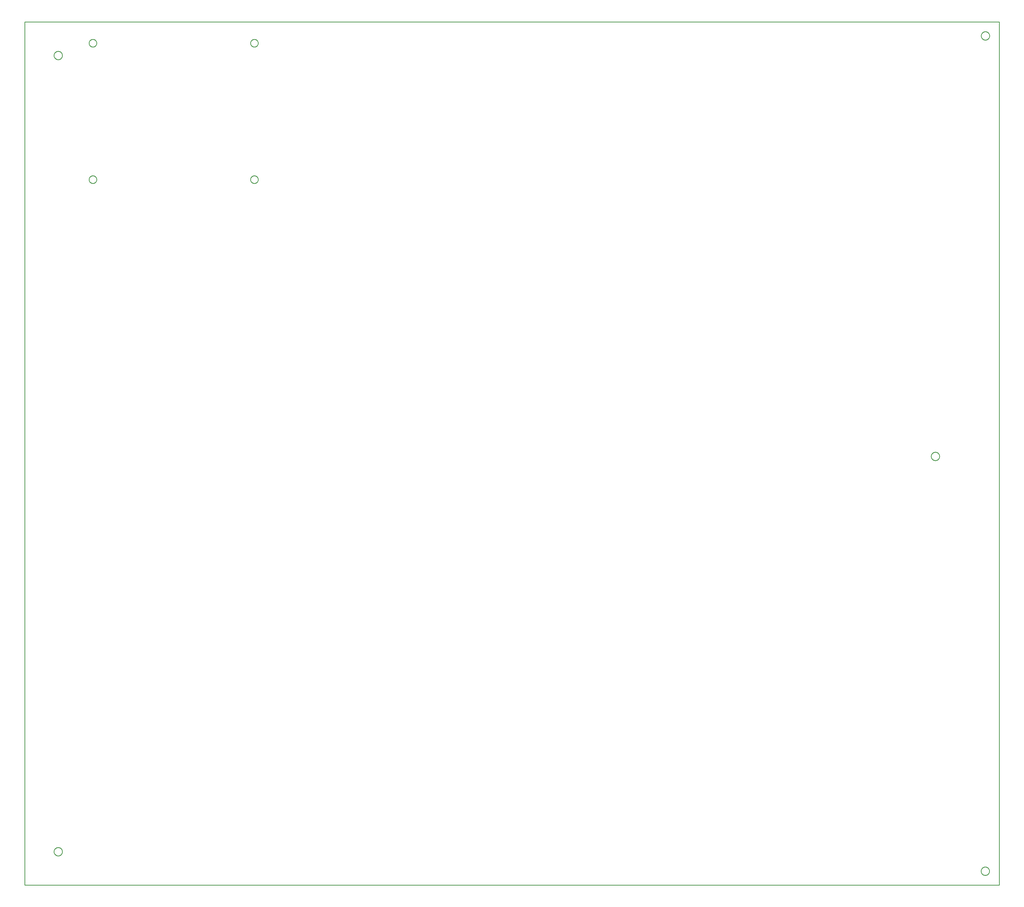
<source format=gbr>
G04 EAGLE Gerber RS-274X export*
G75*
%MOMM*%
%FSLAX34Y34*%
%LPD*%
%IN*%
%IPPOS*%
%AMOC8*
5,1,8,0,0,1.08239X$1,22.5*%
G01*
%ADD10C,0.000000*%
%ADD11C,0.254000*%


D10*
X0Y0D02*
X3500000Y100D01*
X3500000Y3100100D01*
X0Y3100000D01*
X0Y0D01*
X105000Y2980000D02*
X105005Y2980368D01*
X105018Y2980736D01*
X105041Y2981103D01*
X105072Y2981470D01*
X105113Y2981836D01*
X105162Y2982201D01*
X105221Y2982564D01*
X105288Y2982926D01*
X105364Y2983287D01*
X105450Y2983645D01*
X105543Y2984001D01*
X105646Y2984354D01*
X105757Y2984705D01*
X105877Y2985053D01*
X106005Y2985398D01*
X106142Y2985740D01*
X106287Y2986079D01*
X106440Y2986413D01*
X106602Y2986744D01*
X106771Y2987071D01*
X106949Y2987393D01*
X107134Y2987712D01*
X107327Y2988025D01*
X107528Y2988334D01*
X107736Y2988637D01*
X107952Y2988935D01*
X108175Y2989228D01*
X108405Y2989516D01*
X108642Y2989798D01*
X108886Y2990073D01*
X109136Y2990343D01*
X109393Y2990607D01*
X109657Y2990864D01*
X109927Y2991114D01*
X110202Y2991358D01*
X110484Y2991595D01*
X110772Y2991825D01*
X111065Y2992048D01*
X111363Y2992264D01*
X111666Y2992472D01*
X111975Y2992673D01*
X112288Y2992866D01*
X112607Y2993051D01*
X112929Y2993229D01*
X113256Y2993398D01*
X113587Y2993560D01*
X113921Y2993713D01*
X114260Y2993858D01*
X114602Y2993995D01*
X114947Y2994123D01*
X115295Y2994243D01*
X115646Y2994354D01*
X115999Y2994457D01*
X116355Y2994550D01*
X116713Y2994636D01*
X117074Y2994712D01*
X117436Y2994779D01*
X117799Y2994838D01*
X118164Y2994887D01*
X118530Y2994928D01*
X118897Y2994959D01*
X119264Y2994982D01*
X119632Y2994995D01*
X120000Y2995000D01*
X120368Y2994995D01*
X120736Y2994982D01*
X121103Y2994959D01*
X121470Y2994928D01*
X121836Y2994887D01*
X122201Y2994838D01*
X122564Y2994779D01*
X122926Y2994712D01*
X123287Y2994636D01*
X123645Y2994550D01*
X124001Y2994457D01*
X124354Y2994354D01*
X124705Y2994243D01*
X125053Y2994123D01*
X125398Y2993995D01*
X125740Y2993858D01*
X126079Y2993713D01*
X126413Y2993560D01*
X126744Y2993398D01*
X127071Y2993229D01*
X127393Y2993051D01*
X127712Y2992866D01*
X128025Y2992673D01*
X128334Y2992472D01*
X128637Y2992264D01*
X128935Y2992048D01*
X129228Y2991825D01*
X129516Y2991595D01*
X129798Y2991358D01*
X130073Y2991114D01*
X130343Y2990864D01*
X130607Y2990607D01*
X130864Y2990343D01*
X131114Y2990073D01*
X131358Y2989798D01*
X131595Y2989516D01*
X131825Y2989228D01*
X132048Y2988935D01*
X132264Y2988637D01*
X132472Y2988334D01*
X132673Y2988025D01*
X132866Y2987712D01*
X133051Y2987393D01*
X133229Y2987071D01*
X133398Y2986744D01*
X133560Y2986413D01*
X133713Y2986079D01*
X133858Y2985740D01*
X133995Y2985398D01*
X134123Y2985053D01*
X134243Y2984705D01*
X134354Y2984354D01*
X134457Y2984001D01*
X134550Y2983645D01*
X134636Y2983287D01*
X134712Y2982926D01*
X134779Y2982564D01*
X134838Y2982201D01*
X134887Y2981836D01*
X134928Y2981470D01*
X134959Y2981103D01*
X134982Y2980736D01*
X134995Y2980368D01*
X135000Y2980000D01*
X134995Y2979632D01*
X134982Y2979264D01*
X134959Y2978897D01*
X134928Y2978530D01*
X134887Y2978164D01*
X134838Y2977799D01*
X134779Y2977436D01*
X134712Y2977074D01*
X134636Y2976713D01*
X134550Y2976355D01*
X134457Y2975999D01*
X134354Y2975646D01*
X134243Y2975295D01*
X134123Y2974947D01*
X133995Y2974602D01*
X133858Y2974260D01*
X133713Y2973921D01*
X133560Y2973587D01*
X133398Y2973256D01*
X133229Y2972929D01*
X133051Y2972607D01*
X132866Y2972288D01*
X132673Y2971975D01*
X132472Y2971666D01*
X132264Y2971363D01*
X132048Y2971065D01*
X131825Y2970772D01*
X131595Y2970484D01*
X131358Y2970202D01*
X131114Y2969927D01*
X130864Y2969657D01*
X130607Y2969393D01*
X130343Y2969136D01*
X130073Y2968886D01*
X129798Y2968642D01*
X129516Y2968405D01*
X129228Y2968175D01*
X128935Y2967952D01*
X128637Y2967736D01*
X128334Y2967528D01*
X128025Y2967327D01*
X127712Y2967134D01*
X127393Y2966949D01*
X127071Y2966771D01*
X126744Y2966602D01*
X126413Y2966440D01*
X126079Y2966287D01*
X125740Y2966142D01*
X125398Y2966005D01*
X125053Y2965877D01*
X124705Y2965757D01*
X124354Y2965646D01*
X124001Y2965543D01*
X123645Y2965450D01*
X123287Y2965364D01*
X122926Y2965288D01*
X122564Y2965221D01*
X122201Y2965162D01*
X121836Y2965113D01*
X121470Y2965072D01*
X121103Y2965041D01*
X120736Y2965018D01*
X120368Y2965005D01*
X120000Y2965000D01*
X119632Y2965005D01*
X119264Y2965018D01*
X118897Y2965041D01*
X118530Y2965072D01*
X118164Y2965113D01*
X117799Y2965162D01*
X117436Y2965221D01*
X117074Y2965288D01*
X116713Y2965364D01*
X116355Y2965450D01*
X115999Y2965543D01*
X115646Y2965646D01*
X115295Y2965757D01*
X114947Y2965877D01*
X114602Y2966005D01*
X114260Y2966142D01*
X113921Y2966287D01*
X113587Y2966440D01*
X113256Y2966602D01*
X112929Y2966771D01*
X112607Y2966949D01*
X112288Y2967134D01*
X111975Y2967327D01*
X111666Y2967528D01*
X111363Y2967736D01*
X111065Y2967952D01*
X110772Y2968175D01*
X110484Y2968405D01*
X110202Y2968642D01*
X109927Y2968886D01*
X109657Y2969136D01*
X109393Y2969393D01*
X109136Y2969657D01*
X108886Y2969927D01*
X108642Y2970202D01*
X108405Y2970484D01*
X108175Y2970772D01*
X107952Y2971065D01*
X107736Y2971363D01*
X107528Y2971666D01*
X107327Y2971975D01*
X107134Y2972288D01*
X106949Y2972607D01*
X106771Y2972929D01*
X106602Y2973256D01*
X106440Y2973587D01*
X106287Y2973921D01*
X106142Y2974260D01*
X106005Y2974602D01*
X105877Y2974947D01*
X105757Y2975295D01*
X105646Y2975646D01*
X105543Y2975999D01*
X105450Y2976355D01*
X105364Y2976713D01*
X105288Y2977074D01*
X105221Y2977436D01*
X105162Y2977799D01*
X105113Y2978164D01*
X105072Y2978530D01*
X105041Y2978897D01*
X105018Y2979264D01*
X105005Y2979632D01*
X105000Y2980000D01*
X105000Y120000D02*
X105005Y120368D01*
X105018Y120736D01*
X105041Y121103D01*
X105072Y121470D01*
X105113Y121836D01*
X105162Y122201D01*
X105221Y122564D01*
X105288Y122926D01*
X105364Y123287D01*
X105450Y123645D01*
X105543Y124001D01*
X105646Y124354D01*
X105757Y124705D01*
X105877Y125053D01*
X106005Y125398D01*
X106142Y125740D01*
X106287Y126079D01*
X106440Y126413D01*
X106602Y126744D01*
X106771Y127071D01*
X106949Y127393D01*
X107134Y127712D01*
X107327Y128025D01*
X107528Y128334D01*
X107736Y128637D01*
X107952Y128935D01*
X108175Y129228D01*
X108405Y129516D01*
X108642Y129798D01*
X108886Y130073D01*
X109136Y130343D01*
X109393Y130607D01*
X109657Y130864D01*
X109927Y131114D01*
X110202Y131358D01*
X110484Y131595D01*
X110772Y131825D01*
X111065Y132048D01*
X111363Y132264D01*
X111666Y132472D01*
X111975Y132673D01*
X112288Y132866D01*
X112607Y133051D01*
X112929Y133229D01*
X113256Y133398D01*
X113587Y133560D01*
X113921Y133713D01*
X114260Y133858D01*
X114602Y133995D01*
X114947Y134123D01*
X115295Y134243D01*
X115646Y134354D01*
X115999Y134457D01*
X116355Y134550D01*
X116713Y134636D01*
X117074Y134712D01*
X117436Y134779D01*
X117799Y134838D01*
X118164Y134887D01*
X118530Y134928D01*
X118897Y134959D01*
X119264Y134982D01*
X119632Y134995D01*
X120000Y135000D01*
X120368Y134995D01*
X120736Y134982D01*
X121103Y134959D01*
X121470Y134928D01*
X121836Y134887D01*
X122201Y134838D01*
X122564Y134779D01*
X122926Y134712D01*
X123287Y134636D01*
X123645Y134550D01*
X124001Y134457D01*
X124354Y134354D01*
X124705Y134243D01*
X125053Y134123D01*
X125398Y133995D01*
X125740Y133858D01*
X126079Y133713D01*
X126413Y133560D01*
X126744Y133398D01*
X127071Y133229D01*
X127393Y133051D01*
X127712Y132866D01*
X128025Y132673D01*
X128334Y132472D01*
X128637Y132264D01*
X128935Y132048D01*
X129228Y131825D01*
X129516Y131595D01*
X129798Y131358D01*
X130073Y131114D01*
X130343Y130864D01*
X130607Y130607D01*
X130864Y130343D01*
X131114Y130073D01*
X131358Y129798D01*
X131595Y129516D01*
X131825Y129228D01*
X132048Y128935D01*
X132264Y128637D01*
X132472Y128334D01*
X132673Y128025D01*
X132866Y127712D01*
X133051Y127393D01*
X133229Y127071D01*
X133398Y126744D01*
X133560Y126413D01*
X133713Y126079D01*
X133858Y125740D01*
X133995Y125398D01*
X134123Y125053D01*
X134243Y124705D01*
X134354Y124354D01*
X134457Y124001D01*
X134550Y123645D01*
X134636Y123287D01*
X134712Y122926D01*
X134779Y122564D01*
X134838Y122201D01*
X134887Y121836D01*
X134928Y121470D01*
X134959Y121103D01*
X134982Y120736D01*
X134995Y120368D01*
X135000Y120000D01*
X134995Y119632D01*
X134982Y119264D01*
X134959Y118897D01*
X134928Y118530D01*
X134887Y118164D01*
X134838Y117799D01*
X134779Y117436D01*
X134712Y117074D01*
X134636Y116713D01*
X134550Y116355D01*
X134457Y115999D01*
X134354Y115646D01*
X134243Y115295D01*
X134123Y114947D01*
X133995Y114602D01*
X133858Y114260D01*
X133713Y113921D01*
X133560Y113587D01*
X133398Y113256D01*
X133229Y112929D01*
X133051Y112607D01*
X132866Y112288D01*
X132673Y111975D01*
X132472Y111666D01*
X132264Y111363D01*
X132048Y111065D01*
X131825Y110772D01*
X131595Y110484D01*
X131358Y110202D01*
X131114Y109927D01*
X130864Y109657D01*
X130607Y109393D01*
X130343Y109136D01*
X130073Y108886D01*
X129798Y108642D01*
X129516Y108405D01*
X129228Y108175D01*
X128935Y107952D01*
X128637Y107736D01*
X128334Y107528D01*
X128025Y107327D01*
X127712Y107134D01*
X127393Y106949D01*
X127071Y106771D01*
X126744Y106602D01*
X126413Y106440D01*
X126079Y106287D01*
X125740Y106142D01*
X125398Y106005D01*
X125053Y105877D01*
X124705Y105757D01*
X124354Y105646D01*
X124001Y105543D01*
X123645Y105450D01*
X123287Y105364D01*
X122926Y105288D01*
X122564Y105221D01*
X122201Y105162D01*
X121836Y105113D01*
X121470Y105072D01*
X121103Y105041D01*
X120736Y105018D01*
X120368Y105005D01*
X120000Y105000D01*
X119632Y105005D01*
X119264Y105018D01*
X118897Y105041D01*
X118530Y105072D01*
X118164Y105113D01*
X117799Y105162D01*
X117436Y105221D01*
X117074Y105288D01*
X116713Y105364D01*
X116355Y105450D01*
X115999Y105543D01*
X115646Y105646D01*
X115295Y105757D01*
X114947Y105877D01*
X114602Y106005D01*
X114260Y106142D01*
X113921Y106287D01*
X113587Y106440D01*
X113256Y106602D01*
X112929Y106771D01*
X112607Y106949D01*
X112288Y107134D01*
X111975Y107327D01*
X111666Y107528D01*
X111363Y107736D01*
X111065Y107952D01*
X110772Y108175D01*
X110484Y108405D01*
X110202Y108642D01*
X109927Y108886D01*
X109657Y109136D01*
X109393Y109393D01*
X109136Y109657D01*
X108886Y109927D01*
X108642Y110202D01*
X108405Y110484D01*
X108175Y110772D01*
X107952Y111065D01*
X107736Y111363D01*
X107528Y111666D01*
X107327Y111975D01*
X107134Y112288D01*
X106949Y112607D01*
X106771Y112929D01*
X106602Y113256D01*
X106440Y113587D01*
X106287Y113921D01*
X106142Y114260D01*
X106005Y114602D01*
X105877Y114947D01*
X105757Y115295D01*
X105646Y115646D01*
X105543Y115999D01*
X105450Y116355D01*
X105364Y116713D01*
X105288Y117074D01*
X105221Y117436D01*
X105162Y117799D01*
X105113Y118164D01*
X105072Y118530D01*
X105041Y118897D01*
X105018Y119264D01*
X105005Y119632D01*
X105000Y120000D01*
X3255600Y1540000D02*
X3255605Y1540368D01*
X3255618Y1540736D01*
X3255641Y1541103D01*
X3255672Y1541470D01*
X3255713Y1541836D01*
X3255762Y1542201D01*
X3255821Y1542564D01*
X3255888Y1542926D01*
X3255964Y1543287D01*
X3256050Y1543645D01*
X3256143Y1544001D01*
X3256246Y1544354D01*
X3256357Y1544705D01*
X3256477Y1545053D01*
X3256605Y1545398D01*
X3256742Y1545740D01*
X3256887Y1546079D01*
X3257040Y1546413D01*
X3257202Y1546744D01*
X3257371Y1547071D01*
X3257549Y1547393D01*
X3257734Y1547712D01*
X3257927Y1548025D01*
X3258128Y1548334D01*
X3258336Y1548637D01*
X3258552Y1548935D01*
X3258775Y1549228D01*
X3259005Y1549516D01*
X3259242Y1549798D01*
X3259486Y1550073D01*
X3259736Y1550343D01*
X3259993Y1550607D01*
X3260257Y1550864D01*
X3260527Y1551114D01*
X3260802Y1551358D01*
X3261084Y1551595D01*
X3261372Y1551825D01*
X3261665Y1552048D01*
X3261963Y1552264D01*
X3262266Y1552472D01*
X3262575Y1552673D01*
X3262888Y1552866D01*
X3263207Y1553051D01*
X3263529Y1553229D01*
X3263856Y1553398D01*
X3264187Y1553560D01*
X3264521Y1553713D01*
X3264860Y1553858D01*
X3265202Y1553995D01*
X3265547Y1554123D01*
X3265895Y1554243D01*
X3266246Y1554354D01*
X3266599Y1554457D01*
X3266955Y1554550D01*
X3267313Y1554636D01*
X3267674Y1554712D01*
X3268036Y1554779D01*
X3268399Y1554838D01*
X3268764Y1554887D01*
X3269130Y1554928D01*
X3269497Y1554959D01*
X3269864Y1554982D01*
X3270232Y1554995D01*
X3270600Y1555000D01*
X3270968Y1554995D01*
X3271336Y1554982D01*
X3271703Y1554959D01*
X3272070Y1554928D01*
X3272436Y1554887D01*
X3272801Y1554838D01*
X3273164Y1554779D01*
X3273526Y1554712D01*
X3273887Y1554636D01*
X3274245Y1554550D01*
X3274601Y1554457D01*
X3274954Y1554354D01*
X3275305Y1554243D01*
X3275653Y1554123D01*
X3275998Y1553995D01*
X3276340Y1553858D01*
X3276679Y1553713D01*
X3277013Y1553560D01*
X3277344Y1553398D01*
X3277671Y1553229D01*
X3277993Y1553051D01*
X3278312Y1552866D01*
X3278625Y1552673D01*
X3278934Y1552472D01*
X3279237Y1552264D01*
X3279535Y1552048D01*
X3279828Y1551825D01*
X3280116Y1551595D01*
X3280398Y1551358D01*
X3280673Y1551114D01*
X3280943Y1550864D01*
X3281207Y1550607D01*
X3281464Y1550343D01*
X3281714Y1550073D01*
X3281958Y1549798D01*
X3282195Y1549516D01*
X3282425Y1549228D01*
X3282648Y1548935D01*
X3282864Y1548637D01*
X3283072Y1548334D01*
X3283273Y1548025D01*
X3283466Y1547712D01*
X3283651Y1547393D01*
X3283829Y1547071D01*
X3283998Y1546744D01*
X3284160Y1546413D01*
X3284313Y1546079D01*
X3284458Y1545740D01*
X3284595Y1545398D01*
X3284723Y1545053D01*
X3284843Y1544705D01*
X3284954Y1544354D01*
X3285057Y1544001D01*
X3285150Y1543645D01*
X3285236Y1543287D01*
X3285312Y1542926D01*
X3285379Y1542564D01*
X3285438Y1542201D01*
X3285487Y1541836D01*
X3285528Y1541470D01*
X3285559Y1541103D01*
X3285582Y1540736D01*
X3285595Y1540368D01*
X3285600Y1540000D01*
X3285595Y1539632D01*
X3285582Y1539264D01*
X3285559Y1538897D01*
X3285528Y1538530D01*
X3285487Y1538164D01*
X3285438Y1537799D01*
X3285379Y1537436D01*
X3285312Y1537074D01*
X3285236Y1536713D01*
X3285150Y1536355D01*
X3285057Y1535999D01*
X3284954Y1535646D01*
X3284843Y1535295D01*
X3284723Y1534947D01*
X3284595Y1534602D01*
X3284458Y1534260D01*
X3284313Y1533921D01*
X3284160Y1533587D01*
X3283998Y1533256D01*
X3283829Y1532929D01*
X3283651Y1532607D01*
X3283466Y1532288D01*
X3283273Y1531975D01*
X3283072Y1531666D01*
X3282864Y1531363D01*
X3282648Y1531065D01*
X3282425Y1530772D01*
X3282195Y1530484D01*
X3281958Y1530202D01*
X3281714Y1529927D01*
X3281464Y1529657D01*
X3281207Y1529393D01*
X3280943Y1529136D01*
X3280673Y1528886D01*
X3280398Y1528642D01*
X3280116Y1528405D01*
X3279828Y1528175D01*
X3279535Y1527952D01*
X3279237Y1527736D01*
X3278934Y1527528D01*
X3278625Y1527327D01*
X3278312Y1527134D01*
X3277993Y1526949D01*
X3277671Y1526771D01*
X3277344Y1526602D01*
X3277013Y1526440D01*
X3276679Y1526287D01*
X3276340Y1526142D01*
X3275998Y1526005D01*
X3275653Y1525877D01*
X3275305Y1525757D01*
X3274954Y1525646D01*
X3274601Y1525543D01*
X3274245Y1525450D01*
X3273887Y1525364D01*
X3273526Y1525288D01*
X3273164Y1525221D01*
X3272801Y1525162D01*
X3272436Y1525113D01*
X3272070Y1525072D01*
X3271703Y1525041D01*
X3271336Y1525018D01*
X3270968Y1525005D01*
X3270600Y1525000D01*
X3270232Y1525005D01*
X3269864Y1525018D01*
X3269497Y1525041D01*
X3269130Y1525072D01*
X3268764Y1525113D01*
X3268399Y1525162D01*
X3268036Y1525221D01*
X3267674Y1525288D01*
X3267313Y1525364D01*
X3266955Y1525450D01*
X3266599Y1525543D01*
X3266246Y1525646D01*
X3265895Y1525757D01*
X3265547Y1525877D01*
X3265202Y1526005D01*
X3264860Y1526142D01*
X3264521Y1526287D01*
X3264187Y1526440D01*
X3263856Y1526602D01*
X3263529Y1526771D01*
X3263207Y1526949D01*
X3262888Y1527134D01*
X3262575Y1527327D01*
X3262266Y1527528D01*
X3261963Y1527736D01*
X3261665Y1527952D01*
X3261372Y1528175D01*
X3261084Y1528405D01*
X3260802Y1528642D01*
X3260527Y1528886D01*
X3260257Y1529136D01*
X3259993Y1529393D01*
X3259736Y1529657D01*
X3259486Y1529927D01*
X3259242Y1530202D01*
X3259005Y1530484D01*
X3258775Y1530772D01*
X3258552Y1531065D01*
X3258336Y1531363D01*
X3258128Y1531666D01*
X3257927Y1531975D01*
X3257734Y1532288D01*
X3257549Y1532607D01*
X3257371Y1532929D01*
X3257202Y1533256D01*
X3257040Y1533587D01*
X3256887Y1533921D01*
X3256742Y1534260D01*
X3256605Y1534602D01*
X3256477Y1534947D01*
X3256357Y1535295D01*
X3256246Y1535646D01*
X3256143Y1535999D01*
X3256050Y1536355D01*
X3255964Y1536713D01*
X3255888Y1537074D01*
X3255821Y1537436D01*
X3255762Y1537799D01*
X3255713Y1538164D01*
X3255672Y1538530D01*
X3255641Y1538897D01*
X3255618Y1539264D01*
X3255605Y1539632D01*
X3255600Y1540000D01*
X3435300Y3050500D02*
X3435305Y3050868D01*
X3435318Y3051236D01*
X3435341Y3051603D01*
X3435372Y3051970D01*
X3435413Y3052336D01*
X3435462Y3052701D01*
X3435521Y3053064D01*
X3435588Y3053426D01*
X3435664Y3053787D01*
X3435750Y3054145D01*
X3435843Y3054501D01*
X3435946Y3054854D01*
X3436057Y3055205D01*
X3436177Y3055553D01*
X3436305Y3055898D01*
X3436442Y3056240D01*
X3436587Y3056579D01*
X3436740Y3056913D01*
X3436902Y3057244D01*
X3437071Y3057571D01*
X3437249Y3057893D01*
X3437434Y3058212D01*
X3437627Y3058525D01*
X3437828Y3058834D01*
X3438036Y3059137D01*
X3438252Y3059435D01*
X3438475Y3059728D01*
X3438705Y3060016D01*
X3438942Y3060298D01*
X3439186Y3060573D01*
X3439436Y3060843D01*
X3439693Y3061107D01*
X3439957Y3061364D01*
X3440227Y3061614D01*
X3440502Y3061858D01*
X3440784Y3062095D01*
X3441072Y3062325D01*
X3441365Y3062548D01*
X3441663Y3062764D01*
X3441966Y3062972D01*
X3442275Y3063173D01*
X3442588Y3063366D01*
X3442907Y3063551D01*
X3443229Y3063729D01*
X3443556Y3063898D01*
X3443887Y3064060D01*
X3444221Y3064213D01*
X3444560Y3064358D01*
X3444902Y3064495D01*
X3445247Y3064623D01*
X3445595Y3064743D01*
X3445946Y3064854D01*
X3446299Y3064957D01*
X3446655Y3065050D01*
X3447013Y3065136D01*
X3447374Y3065212D01*
X3447736Y3065279D01*
X3448099Y3065338D01*
X3448464Y3065387D01*
X3448830Y3065428D01*
X3449197Y3065459D01*
X3449564Y3065482D01*
X3449932Y3065495D01*
X3450300Y3065500D01*
X3450668Y3065495D01*
X3451036Y3065482D01*
X3451403Y3065459D01*
X3451770Y3065428D01*
X3452136Y3065387D01*
X3452501Y3065338D01*
X3452864Y3065279D01*
X3453226Y3065212D01*
X3453587Y3065136D01*
X3453945Y3065050D01*
X3454301Y3064957D01*
X3454654Y3064854D01*
X3455005Y3064743D01*
X3455353Y3064623D01*
X3455698Y3064495D01*
X3456040Y3064358D01*
X3456379Y3064213D01*
X3456713Y3064060D01*
X3457044Y3063898D01*
X3457371Y3063729D01*
X3457693Y3063551D01*
X3458012Y3063366D01*
X3458325Y3063173D01*
X3458634Y3062972D01*
X3458937Y3062764D01*
X3459235Y3062548D01*
X3459528Y3062325D01*
X3459816Y3062095D01*
X3460098Y3061858D01*
X3460373Y3061614D01*
X3460643Y3061364D01*
X3460907Y3061107D01*
X3461164Y3060843D01*
X3461414Y3060573D01*
X3461658Y3060298D01*
X3461895Y3060016D01*
X3462125Y3059728D01*
X3462348Y3059435D01*
X3462564Y3059137D01*
X3462772Y3058834D01*
X3462973Y3058525D01*
X3463166Y3058212D01*
X3463351Y3057893D01*
X3463529Y3057571D01*
X3463698Y3057244D01*
X3463860Y3056913D01*
X3464013Y3056579D01*
X3464158Y3056240D01*
X3464295Y3055898D01*
X3464423Y3055553D01*
X3464543Y3055205D01*
X3464654Y3054854D01*
X3464757Y3054501D01*
X3464850Y3054145D01*
X3464936Y3053787D01*
X3465012Y3053426D01*
X3465079Y3053064D01*
X3465138Y3052701D01*
X3465187Y3052336D01*
X3465228Y3051970D01*
X3465259Y3051603D01*
X3465282Y3051236D01*
X3465295Y3050868D01*
X3465300Y3050500D01*
X3465295Y3050132D01*
X3465282Y3049764D01*
X3465259Y3049397D01*
X3465228Y3049030D01*
X3465187Y3048664D01*
X3465138Y3048299D01*
X3465079Y3047936D01*
X3465012Y3047574D01*
X3464936Y3047213D01*
X3464850Y3046855D01*
X3464757Y3046499D01*
X3464654Y3046146D01*
X3464543Y3045795D01*
X3464423Y3045447D01*
X3464295Y3045102D01*
X3464158Y3044760D01*
X3464013Y3044421D01*
X3463860Y3044087D01*
X3463698Y3043756D01*
X3463529Y3043429D01*
X3463351Y3043107D01*
X3463166Y3042788D01*
X3462973Y3042475D01*
X3462772Y3042166D01*
X3462564Y3041863D01*
X3462348Y3041565D01*
X3462125Y3041272D01*
X3461895Y3040984D01*
X3461658Y3040702D01*
X3461414Y3040427D01*
X3461164Y3040157D01*
X3460907Y3039893D01*
X3460643Y3039636D01*
X3460373Y3039386D01*
X3460098Y3039142D01*
X3459816Y3038905D01*
X3459528Y3038675D01*
X3459235Y3038452D01*
X3458937Y3038236D01*
X3458634Y3038028D01*
X3458325Y3037827D01*
X3458012Y3037634D01*
X3457693Y3037449D01*
X3457371Y3037271D01*
X3457044Y3037102D01*
X3456713Y3036940D01*
X3456379Y3036787D01*
X3456040Y3036642D01*
X3455698Y3036505D01*
X3455353Y3036377D01*
X3455005Y3036257D01*
X3454654Y3036146D01*
X3454301Y3036043D01*
X3453945Y3035950D01*
X3453587Y3035864D01*
X3453226Y3035788D01*
X3452864Y3035721D01*
X3452501Y3035662D01*
X3452136Y3035613D01*
X3451770Y3035572D01*
X3451403Y3035541D01*
X3451036Y3035518D01*
X3450668Y3035505D01*
X3450300Y3035500D01*
X3449932Y3035505D01*
X3449564Y3035518D01*
X3449197Y3035541D01*
X3448830Y3035572D01*
X3448464Y3035613D01*
X3448099Y3035662D01*
X3447736Y3035721D01*
X3447374Y3035788D01*
X3447013Y3035864D01*
X3446655Y3035950D01*
X3446299Y3036043D01*
X3445946Y3036146D01*
X3445595Y3036257D01*
X3445247Y3036377D01*
X3444902Y3036505D01*
X3444560Y3036642D01*
X3444221Y3036787D01*
X3443887Y3036940D01*
X3443556Y3037102D01*
X3443229Y3037271D01*
X3442907Y3037449D01*
X3442588Y3037634D01*
X3442275Y3037827D01*
X3441966Y3038028D01*
X3441663Y3038236D01*
X3441365Y3038452D01*
X3441072Y3038675D01*
X3440784Y3038905D01*
X3440502Y3039142D01*
X3440227Y3039386D01*
X3439957Y3039636D01*
X3439693Y3039893D01*
X3439436Y3040157D01*
X3439186Y3040427D01*
X3438942Y3040702D01*
X3438705Y3040984D01*
X3438475Y3041272D01*
X3438252Y3041565D01*
X3438036Y3041863D01*
X3437828Y3042166D01*
X3437627Y3042475D01*
X3437434Y3042788D01*
X3437249Y3043107D01*
X3437071Y3043429D01*
X3436902Y3043756D01*
X3436740Y3044087D01*
X3436587Y3044421D01*
X3436442Y3044760D01*
X3436305Y3045102D01*
X3436177Y3045447D01*
X3436057Y3045795D01*
X3435946Y3046146D01*
X3435843Y3046499D01*
X3435750Y3046855D01*
X3435664Y3047213D01*
X3435588Y3047574D01*
X3435521Y3047936D01*
X3435462Y3048299D01*
X3435413Y3048664D01*
X3435372Y3049030D01*
X3435341Y3049397D01*
X3435318Y3049764D01*
X3435305Y3050132D01*
X3435300Y3050500D01*
X3434800Y50000D02*
X3434805Y50368D01*
X3434818Y50736D01*
X3434841Y51103D01*
X3434872Y51470D01*
X3434913Y51836D01*
X3434962Y52201D01*
X3435021Y52564D01*
X3435088Y52926D01*
X3435164Y53287D01*
X3435250Y53645D01*
X3435343Y54001D01*
X3435446Y54354D01*
X3435557Y54705D01*
X3435677Y55053D01*
X3435805Y55398D01*
X3435942Y55740D01*
X3436087Y56079D01*
X3436240Y56413D01*
X3436402Y56744D01*
X3436571Y57071D01*
X3436749Y57393D01*
X3436934Y57712D01*
X3437127Y58025D01*
X3437328Y58334D01*
X3437536Y58637D01*
X3437752Y58935D01*
X3437975Y59228D01*
X3438205Y59516D01*
X3438442Y59798D01*
X3438686Y60073D01*
X3438936Y60343D01*
X3439193Y60607D01*
X3439457Y60864D01*
X3439727Y61114D01*
X3440002Y61358D01*
X3440284Y61595D01*
X3440572Y61825D01*
X3440865Y62048D01*
X3441163Y62264D01*
X3441466Y62472D01*
X3441775Y62673D01*
X3442088Y62866D01*
X3442407Y63051D01*
X3442729Y63229D01*
X3443056Y63398D01*
X3443387Y63560D01*
X3443721Y63713D01*
X3444060Y63858D01*
X3444402Y63995D01*
X3444747Y64123D01*
X3445095Y64243D01*
X3445446Y64354D01*
X3445799Y64457D01*
X3446155Y64550D01*
X3446513Y64636D01*
X3446874Y64712D01*
X3447236Y64779D01*
X3447599Y64838D01*
X3447964Y64887D01*
X3448330Y64928D01*
X3448697Y64959D01*
X3449064Y64982D01*
X3449432Y64995D01*
X3449800Y65000D01*
X3450168Y64995D01*
X3450536Y64982D01*
X3450903Y64959D01*
X3451270Y64928D01*
X3451636Y64887D01*
X3452001Y64838D01*
X3452364Y64779D01*
X3452726Y64712D01*
X3453087Y64636D01*
X3453445Y64550D01*
X3453801Y64457D01*
X3454154Y64354D01*
X3454505Y64243D01*
X3454853Y64123D01*
X3455198Y63995D01*
X3455540Y63858D01*
X3455879Y63713D01*
X3456213Y63560D01*
X3456544Y63398D01*
X3456871Y63229D01*
X3457193Y63051D01*
X3457512Y62866D01*
X3457825Y62673D01*
X3458134Y62472D01*
X3458437Y62264D01*
X3458735Y62048D01*
X3459028Y61825D01*
X3459316Y61595D01*
X3459598Y61358D01*
X3459873Y61114D01*
X3460143Y60864D01*
X3460407Y60607D01*
X3460664Y60343D01*
X3460914Y60073D01*
X3461158Y59798D01*
X3461395Y59516D01*
X3461625Y59228D01*
X3461848Y58935D01*
X3462064Y58637D01*
X3462272Y58334D01*
X3462473Y58025D01*
X3462666Y57712D01*
X3462851Y57393D01*
X3463029Y57071D01*
X3463198Y56744D01*
X3463360Y56413D01*
X3463513Y56079D01*
X3463658Y55740D01*
X3463795Y55398D01*
X3463923Y55053D01*
X3464043Y54705D01*
X3464154Y54354D01*
X3464257Y54001D01*
X3464350Y53645D01*
X3464436Y53287D01*
X3464512Y52926D01*
X3464579Y52564D01*
X3464638Y52201D01*
X3464687Y51836D01*
X3464728Y51470D01*
X3464759Y51103D01*
X3464782Y50736D01*
X3464795Y50368D01*
X3464800Y50000D01*
X3464795Y49632D01*
X3464782Y49264D01*
X3464759Y48897D01*
X3464728Y48530D01*
X3464687Y48164D01*
X3464638Y47799D01*
X3464579Y47436D01*
X3464512Y47074D01*
X3464436Y46713D01*
X3464350Y46355D01*
X3464257Y45999D01*
X3464154Y45646D01*
X3464043Y45295D01*
X3463923Y44947D01*
X3463795Y44602D01*
X3463658Y44260D01*
X3463513Y43921D01*
X3463360Y43587D01*
X3463198Y43256D01*
X3463029Y42929D01*
X3462851Y42607D01*
X3462666Y42288D01*
X3462473Y41975D01*
X3462272Y41666D01*
X3462064Y41363D01*
X3461848Y41065D01*
X3461625Y40772D01*
X3461395Y40484D01*
X3461158Y40202D01*
X3460914Y39927D01*
X3460664Y39657D01*
X3460407Y39393D01*
X3460143Y39136D01*
X3459873Y38886D01*
X3459598Y38642D01*
X3459316Y38405D01*
X3459028Y38175D01*
X3458735Y37952D01*
X3458437Y37736D01*
X3458134Y37528D01*
X3457825Y37327D01*
X3457512Y37134D01*
X3457193Y36949D01*
X3456871Y36771D01*
X3456544Y36602D01*
X3456213Y36440D01*
X3455879Y36287D01*
X3455540Y36142D01*
X3455198Y36005D01*
X3454853Y35877D01*
X3454505Y35757D01*
X3454154Y35646D01*
X3453801Y35543D01*
X3453445Y35450D01*
X3453087Y35364D01*
X3452726Y35288D01*
X3452364Y35221D01*
X3452001Y35162D01*
X3451636Y35113D01*
X3451270Y35072D01*
X3450903Y35041D01*
X3450536Y35018D01*
X3450168Y35005D01*
X3449800Y35000D01*
X3449432Y35005D01*
X3449064Y35018D01*
X3448697Y35041D01*
X3448330Y35072D01*
X3447964Y35113D01*
X3447599Y35162D01*
X3447236Y35221D01*
X3446874Y35288D01*
X3446513Y35364D01*
X3446155Y35450D01*
X3445799Y35543D01*
X3445446Y35646D01*
X3445095Y35757D01*
X3444747Y35877D01*
X3444402Y36005D01*
X3444060Y36142D01*
X3443721Y36287D01*
X3443387Y36440D01*
X3443056Y36602D01*
X3442729Y36771D01*
X3442407Y36949D01*
X3442088Y37134D01*
X3441775Y37327D01*
X3441466Y37528D01*
X3441163Y37736D01*
X3440865Y37952D01*
X3440572Y38175D01*
X3440284Y38405D01*
X3440002Y38642D01*
X3439727Y38886D01*
X3439457Y39136D01*
X3439193Y39393D01*
X3438936Y39657D01*
X3438686Y39927D01*
X3438442Y40202D01*
X3438205Y40484D01*
X3437975Y40772D01*
X3437752Y41065D01*
X3437536Y41363D01*
X3437328Y41666D01*
X3437127Y41975D01*
X3436934Y42288D01*
X3436749Y42607D01*
X3436571Y42929D01*
X3436402Y43256D01*
X3436240Y43587D01*
X3436087Y43921D01*
X3435942Y44260D01*
X3435805Y44602D01*
X3435677Y44947D01*
X3435557Y45295D01*
X3435446Y45646D01*
X3435343Y45999D01*
X3435250Y46355D01*
X3435164Y46713D01*
X3435088Y47074D01*
X3435021Y47436D01*
X3434962Y47799D01*
X3434913Y48164D01*
X3434872Y48530D01*
X3434841Y48897D01*
X3434818Y49264D01*
X3434805Y49632D01*
X3434800Y50000D01*
X810850Y3024200D02*
X810854Y3024537D01*
X810867Y3024875D01*
X810887Y3025212D01*
X810916Y3025548D01*
X810953Y3025883D01*
X810999Y3026218D01*
X811052Y3026551D01*
X811114Y3026882D01*
X811184Y3027213D01*
X811262Y3027541D01*
X811348Y3027867D01*
X811442Y3028191D01*
X811544Y3028513D01*
X811654Y3028832D01*
X811771Y3029149D01*
X811897Y3029462D01*
X812030Y3029772D01*
X812170Y3030079D01*
X812318Y3030382D01*
X812474Y3030682D01*
X812636Y3030977D01*
X812806Y3031269D01*
X812983Y3031556D01*
X813167Y3031839D01*
X813358Y3032117D01*
X813556Y3032391D01*
X813760Y3032659D01*
X813971Y3032923D01*
X814188Y3033181D01*
X814412Y3033434D01*
X814642Y3033681D01*
X814877Y3033923D01*
X815119Y3034158D01*
X815366Y3034388D01*
X815619Y3034612D01*
X815877Y3034829D01*
X816141Y3035040D01*
X816409Y3035244D01*
X816683Y3035442D01*
X816961Y3035633D01*
X817244Y3035817D01*
X817531Y3035994D01*
X817823Y3036164D01*
X818118Y3036326D01*
X818418Y3036482D01*
X818721Y3036630D01*
X819028Y3036770D01*
X819338Y3036903D01*
X819651Y3037029D01*
X819968Y3037146D01*
X820287Y3037256D01*
X820609Y3037358D01*
X820933Y3037452D01*
X821259Y3037538D01*
X821587Y3037616D01*
X821918Y3037686D01*
X822249Y3037748D01*
X822582Y3037801D01*
X822917Y3037847D01*
X823252Y3037884D01*
X823588Y3037913D01*
X823925Y3037933D01*
X824263Y3037946D01*
X824600Y3037950D01*
X824937Y3037946D01*
X825275Y3037933D01*
X825612Y3037913D01*
X825948Y3037884D01*
X826283Y3037847D01*
X826618Y3037801D01*
X826951Y3037748D01*
X827282Y3037686D01*
X827613Y3037616D01*
X827941Y3037538D01*
X828267Y3037452D01*
X828591Y3037358D01*
X828913Y3037256D01*
X829232Y3037146D01*
X829549Y3037029D01*
X829862Y3036903D01*
X830172Y3036770D01*
X830479Y3036630D01*
X830782Y3036482D01*
X831082Y3036326D01*
X831377Y3036164D01*
X831669Y3035994D01*
X831956Y3035817D01*
X832239Y3035633D01*
X832517Y3035442D01*
X832791Y3035244D01*
X833059Y3035040D01*
X833323Y3034829D01*
X833581Y3034612D01*
X833834Y3034388D01*
X834081Y3034158D01*
X834323Y3033923D01*
X834558Y3033681D01*
X834788Y3033434D01*
X835012Y3033181D01*
X835229Y3032923D01*
X835440Y3032659D01*
X835644Y3032391D01*
X835842Y3032117D01*
X836033Y3031839D01*
X836217Y3031556D01*
X836394Y3031269D01*
X836564Y3030977D01*
X836726Y3030682D01*
X836882Y3030382D01*
X837030Y3030079D01*
X837170Y3029772D01*
X837303Y3029462D01*
X837429Y3029149D01*
X837546Y3028832D01*
X837656Y3028513D01*
X837758Y3028191D01*
X837852Y3027867D01*
X837938Y3027541D01*
X838016Y3027213D01*
X838086Y3026882D01*
X838148Y3026551D01*
X838201Y3026218D01*
X838247Y3025883D01*
X838284Y3025548D01*
X838313Y3025212D01*
X838333Y3024875D01*
X838346Y3024537D01*
X838350Y3024200D01*
X838346Y3023863D01*
X838333Y3023525D01*
X838313Y3023188D01*
X838284Y3022852D01*
X838247Y3022517D01*
X838201Y3022182D01*
X838148Y3021849D01*
X838086Y3021518D01*
X838016Y3021187D01*
X837938Y3020859D01*
X837852Y3020533D01*
X837758Y3020209D01*
X837656Y3019887D01*
X837546Y3019568D01*
X837429Y3019251D01*
X837303Y3018938D01*
X837170Y3018628D01*
X837030Y3018321D01*
X836882Y3018018D01*
X836726Y3017718D01*
X836564Y3017423D01*
X836394Y3017131D01*
X836217Y3016844D01*
X836033Y3016561D01*
X835842Y3016283D01*
X835644Y3016009D01*
X835440Y3015741D01*
X835229Y3015477D01*
X835012Y3015219D01*
X834788Y3014966D01*
X834558Y3014719D01*
X834323Y3014477D01*
X834081Y3014242D01*
X833834Y3014012D01*
X833581Y3013788D01*
X833323Y3013571D01*
X833059Y3013360D01*
X832791Y3013156D01*
X832517Y3012958D01*
X832239Y3012767D01*
X831956Y3012583D01*
X831669Y3012406D01*
X831377Y3012236D01*
X831082Y3012074D01*
X830782Y3011918D01*
X830479Y3011770D01*
X830172Y3011630D01*
X829862Y3011497D01*
X829549Y3011371D01*
X829232Y3011254D01*
X828913Y3011144D01*
X828591Y3011042D01*
X828267Y3010948D01*
X827941Y3010862D01*
X827613Y3010784D01*
X827282Y3010714D01*
X826951Y3010652D01*
X826618Y3010599D01*
X826283Y3010553D01*
X825948Y3010516D01*
X825612Y3010487D01*
X825275Y3010467D01*
X824937Y3010454D01*
X824600Y3010450D01*
X824263Y3010454D01*
X823925Y3010467D01*
X823588Y3010487D01*
X823252Y3010516D01*
X822917Y3010553D01*
X822582Y3010599D01*
X822249Y3010652D01*
X821918Y3010714D01*
X821587Y3010784D01*
X821259Y3010862D01*
X820933Y3010948D01*
X820609Y3011042D01*
X820287Y3011144D01*
X819968Y3011254D01*
X819651Y3011371D01*
X819338Y3011497D01*
X819028Y3011630D01*
X818721Y3011770D01*
X818418Y3011918D01*
X818118Y3012074D01*
X817823Y3012236D01*
X817531Y3012406D01*
X817244Y3012583D01*
X816961Y3012767D01*
X816683Y3012958D01*
X816409Y3013156D01*
X816141Y3013360D01*
X815877Y3013571D01*
X815619Y3013788D01*
X815366Y3014012D01*
X815119Y3014242D01*
X814877Y3014477D01*
X814642Y3014719D01*
X814412Y3014966D01*
X814188Y3015219D01*
X813971Y3015477D01*
X813760Y3015741D01*
X813556Y3016009D01*
X813358Y3016283D01*
X813167Y3016561D01*
X812983Y3016844D01*
X812806Y3017131D01*
X812636Y3017423D01*
X812474Y3017718D01*
X812318Y3018018D01*
X812170Y3018321D01*
X812030Y3018628D01*
X811897Y3018938D01*
X811771Y3019251D01*
X811654Y3019568D01*
X811544Y3019887D01*
X811442Y3020209D01*
X811348Y3020533D01*
X811262Y3020859D01*
X811184Y3021187D01*
X811114Y3021518D01*
X811052Y3021849D01*
X810999Y3022182D01*
X810953Y3022517D01*
X810916Y3022852D01*
X810887Y3023188D01*
X810867Y3023525D01*
X810854Y3023863D01*
X810850Y3024200D01*
X810850Y2534200D02*
X810854Y2534537D01*
X810867Y2534875D01*
X810887Y2535212D01*
X810916Y2535548D01*
X810953Y2535883D01*
X810999Y2536218D01*
X811052Y2536551D01*
X811114Y2536882D01*
X811184Y2537213D01*
X811262Y2537541D01*
X811348Y2537867D01*
X811442Y2538191D01*
X811544Y2538513D01*
X811654Y2538832D01*
X811771Y2539149D01*
X811897Y2539462D01*
X812030Y2539772D01*
X812170Y2540079D01*
X812318Y2540382D01*
X812474Y2540682D01*
X812636Y2540977D01*
X812806Y2541269D01*
X812983Y2541556D01*
X813167Y2541839D01*
X813358Y2542117D01*
X813556Y2542391D01*
X813760Y2542659D01*
X813971Y2542923D01*
X814188Y2543181D01*
X814412Y2543434D01*
X814642Y2543681D01*
X814877Y2543923D01*
X815119Y2544158D01*
X815366Y2544388D01*
X815619Y2544612D01*
X815877Y2544829D01*
X816141Y2545040D01*
X816409Y2545244D01*
X816683Y2545442D01*
X816961Y2545633D01*
X817244Y2545817D01*
X817531Y2545994D01*
X817823Y2546164D01*
X818118Y2546326D01*
X818418Y2546482D01*
X818721Y2546630D01*
X819028Y2546770D01*
X819338Y2546903D01*
X819651Y2547029D01*
X819968Y2547146D01*
X820287Y2547256D01*
X820609Y2547358D01*
X820933Y2547452D01*
X821259Y2547538D01*
X821587Y2547616D01*
X821918Y2547686D01*
X822249Y2547748D01*
X822582Y2547801D01*
X822917Y2547847D01*
X823252Y2547884D01*
X823588Y2547913D01*
X823925Y2547933D01*
X824263Y2547946D01*
X824600Y2547950D01*
X824937Y2547946D01*
X825275Y2547933D01*
X825612Y2547913D01*
X825948Y2547884D01*
X826283Y2547847D01*
X826618Y2547801D01*
X826951Y2547748D01*
X827282Y2547686D01*
X827613Y2547616D01*
X827941Y2547538D01*
X828267Y2547452D01*
X828591Y2547358D01*
X828913Y2547256D01*
X829232Y2547146D01*
X829549Y2547029D01*
X829862Y2546903D01*
X830172Y2546770D01*
X830479Y2546630D01*
X830782Y2546482D01*
X831082Y2546326D01*
X831377Y2546164D01*
X831669Y2545994D01*
X831956Y2545817D01*
X832239Y2545633D01*
X832517Y2545442D01*
X832791Y2545244D01*
X833059Y2545040D01*
X833323Y2544829D01*
X833581Y2544612D01*
X833834Y2544388D01*
X834081Y2544158D01*
X834323Y2543923D01*
X834558Y2543681D01*
X834788Y2543434D01*
X835012Y2543181D01*
X835229Y2542923D01*
X835440Y2542659D01*
X835644Y2542391D01*
X835842Y2542117D01*
X836033Y2541839D01*
X836217Y2541556D01*
X836394Y2541269D01*
X836564Y2540977D01*
X836726Y2540682D01*
X836882Y2540382D01*
X837030Y2540079D01*
X837170Y2539772D01*
X837303Y2539462D01*
X837429Y2539149D01*
X837546Y2538832D01*
X837656Y2538513D01*
X837758Y2538191D01*
X837852Y2537867D01*
X837938Y2537541D01*
X838016Y2537213D01*
X838086Y2536882D01*
X838148Y2536551D01*
X838201Y2536218D01*
X838247Y2535883D01*
X838284Y2535548D01*
X838313Y2535212D01*
X838333Y2534875D01*
X838346Y2534537D01*
X838350Y2534200D01*
X838346Y2533863D01*
X838333Y2533525D01*
X838313Y2533188D01*
X838284Y2532852D01*
X838247Y2532517D01*
X838201Y2532182D01*
X838148Y2531849D01*
X838086Y2531518D01*
X838016Y2531187D01*
X837938Y2530859D01*
X837852Y2530533D01*
X837758Y2530209D01*
X837656Y2529887D01*
X837546Y2529568D01*
X837429Y2529251D01*
X837303Y2528938D01*
X837170Y2528628D01*
X837030Y2528321D01*
X836882Y2528018D01*
X836726Y2527718D01*
X836564Y2527423D01*
X836394Y2527131D01*
X836217Y2526844D01*
X836033Y2526561D01*
X835842Y2526283D01*
X835644Y2526009D01*
X835440Y2525741D01*
X835229Y2525477D01*
X835012Y2525219D01*
X834788Y2524966D01*
X834558Y2524719D01*
X834323Y2524477D01*
X834081Y2524242D01*
X833834Y2524012D01*
X833581Y2523788D01*
X833323Y2523571D01*
X833059Y2523360D01*
X832791Y2523156D01*
X832517Y2522958D01*
X832239Y2522767D01*
X831956Y2522583D01*
X831669Y2522406D01*
X831377Y2522236D01*
X831082Y2522074D01*
X830782Y2521918D01*
X830479Y2521770D01*
X830172Y2521630D01*
X829862Y2521497D01*
X829549Y2521371D01*
X829232Y2521254D01*
X828913Y2521144D01*
X828591Y2521042D01*
X828267Y2520948D01*
X827941Y2520862D01*
X827613Y2520784D01*
X827282Y2520714D01*
X826951Y2520652D01*
X826618Y2520599D01*
X826283Y2520553D01*
X825948Y2520516D01*
X825612Y2520487D01*
X825275Y2520467D01*
X824937Y2520454D01*
X824600Y2520450D01*
X824263Y2520454D01*
X823925Y2520467D01*
X823588Y2520487D01*
X823252Y2520516D01*
X822917Y2520553D01*
X822582Y2520599D01*
X822249Y2520652D01*
X821918Y2520714D01*
X821587Y2520784D01*
X821259Y2520862D01*
X820933Y2520948D01*
X820609Y2521042D01*
X820287Y2521144D01*
X819968Y2521254D01*
X819651Y2521371D01*
X819338Y2521497D01*
X819028Y2521630D01*
X818721Y2521770D01*
X818418Y2521918D01*
X818118Y2522074D01*
X817823Y2522236D01*
X817531Y2522406D01*
X817244Y2522583D01*
X816961Y2522767D01*
X816683Y2522958D01*
X816409Y2523156D01*
X816141Y2523360D01*
X815877Y2523571D01*
X815619Y2523788D01*
X815366Y2524012D01*
X815119Y2524242D01*
X814877Y2524477D01*
X814642Y2524719D01*
X814412Y2524966D01*
X814188Y2525219D01*
X813971Y2525477D01*
X813760Y2525741D01*
X813556Y2526009D01*
X813358Y2526283D01*
X813167Y2526561D01*
X812983Y2526844D01*
X812806Y2527131D01*
X812636Y2527423D01*
X812474Y2527718D01*
X812318Y2528018D01*
X812170Y2528321D01*
X812030Y2528628D01*
X811897Y2528938D01*
X811771Y2529251D01*
X811654Y2529568D01*
X811544Y2529887D01*
X811442Y2530209D01*
X811348Y2530533D01*
X811262Y2530859D01*
X811184Y2531187D01*
X811114Y2531518D01*
X811052Y2531849D01*
X810999Y2532182D01*
X810953Y2532517D01*
X810916Y2532852D01*
X810887Y2533188D01*
X810867Y2533525D01*
X810854Y2533863D01*
X810850Y2534200D01*
X230850Y3024200D02*
X230854Y3024537D01*
X230867Y3024875D01*
X230887Y3025212D01*
X230916Y3025548D01*
X230953Y3025883D01*
X230999Y3026218D01*
X231052Y3026551D01*
X231114Y3026882D01*
X231184Y3027213D01*
X231262Y3027541D01*
X231348Y3027867D01*
X231442Y3028191D01*
X231544Y3028513D01*
X231654Y3028832D01*
X231771Y3029149D01*
X231897Y3029462D01*
X232030Y3029772D01*
X232170Y3030079D01*
X232318Y3030382D01*
X232474Y3030682D01*
X232636Y3030977D01*
X232806Y3031269D01*
X232983Y3031556D01*
X233167Y3031839D01*
X233358Y3032117D01*
X233556Y3032391D01*
X233760Y3032659D01*
X233971Y3032923D01*
X234188Y3033181D01*
X234412Y3033434D01*
X234642Y3033681D01*
X234877Y3033923D01*
X235119Y3034158D01*
X235366Y3034388D01*
X235619Y3034612D01*
X235877Y3034829D01*
X236141Y3035040D01*
X236409Y3035244D01*
X236683Y3035442D01*
X236961Y3035633D01*
X237244Y3035817D01*
X237531Y3035994D01*
X237823Y3036164D01*
X238118Y3036326D01*
X238418Y3036482D01*
X238721Y3036630D01*
X239028Y3036770D01*
X239338Y3036903D01*
X239651Y3037029D01*
X239968Y3037146D01*
X240287Y3037256D01*
X240609Y3037358D01*
X240933Y3037452D01*
X241259Y3037538D01*
X241587Y3037616D01*
X241918Y3037686D01*
X242249Y3037748D01*
X242582Y3037801D01*
X242917Y3037847D01*
X243252Y3037884D01*
X243588Y3037913D01*
X243925Y3037933D01*
X244263Y3037946D01*
X244600Y3037950D01*
X244937Y3037946D01*
X245275Y3037933D01*
X245612Y3037913D01*
X245948Y3037884D01*
X246283Y3037847D01*
X246618Y3037801D01*
X246951Y3037748D01*
X247282Y3037686D01*
X247613Y3037616D01*
X247941Y3037538D01*
X248267Y3037452D01*
X248591Y3037358D01*
X248913Y3037256D01*
X249232Y3037146D01*
X249549Y3037029D01*
X249862Y3036903D01*
X250172Y3036770D01*
X250479Y3036630D01*
X250782Y3036482D01*
X251082Y3036326D01*
X251377Y3036164D01*
X251669Y3035994D01*
X251956Y3035817D01*
X252239Y3035633D01*
X252517Y3035442D01*
X252791Y3035244D01*
X253059Y3035040D01*
X253323Y3034829D01*
X253581Y3034612D01*
X253834Y3034388D01*
X254081Y3034158D01*
X254323Y3033923D01*
X254558Y3033681D01*
X254788Y3033434D01*
X255012Y3033181D01*
X255229Y3032923D01*
X255440Y3032659D01*
X255644Y3032391D01*
X255842Y3032117D01*
X256033Y3031839D01*
X256217Y3031556D01*
X256394Y3031269D01*
X256564Y3030977D01*
X256726Y3030682D01*
X256882Y3030382D01*
X257030Y3030079D01*
X257170Y3029772D01*
X257303Y3029462D01*
X257429Y3029149D01*
X257546Y3028832D01*
X257656Y3028513D01*
X257758Y3028191D01*
X257852Y3027867D01*
X257938Y3027541D01*
X258016Y3027213D01*
X258086Y3026882D01*
X258148Y3026551D01*
X258201Y3026218D01*
X258247Y3025883D01*
X258284Y3025548D01*
X258313Y3025212D01*
X258333Y3024875D01*
X258346Y3024537D01*
X258350Y3024200D01*
X258346Y3023863D01*
X258333Y3023525D01*
X258313Y3023188D01*
X258284Y3022852D01*
X258247Y3022517D01*
X258201Y3022182D01*
X258148Y3021849D01*
X258086Y3021518D01*
X258016Y3021187D01*
X257938Y3020859D01*
X257852Y3020533D01*
X257758Y3020209D01*
X257656Y3019887D01*
X257546Y3019568D01*
X257429Y3019251D01*
X257303Y3018938D01*
X257170Y3018628D01*
X257030Y3018321D01*
X256882Y3018018D01*
X256726Y3017718D01*
X256564Y3017423D01*
X256394Y3017131D01*
X256217Y3016844D01*
X256033Y3016561D01*
X255842Y3016283D01*
X255644Y3016009D01*
X255440Y3015741D01*
X255229Y3015477D01*
X255012Y3015219D01*
X254788Y3014966D01*
X254558Y3014719D01*
X254323Y3014477D01*
X254081Y3014242D01*
X253834Y3014012D01*
X253581Y3013788D01*
X253323Y3013571D01*
X253059Y3013360D01*
X252791Y3013156D01*
X252517Y3012958D01*
X252239Y3012767D01*
X251956Y3012583D01*
X251669Y3012406D01*
X251377Y3012236D01*
X251082Y3012074D01*
X250782Y3011918D01*
X250479Y3011770D01*
X250172Y3011630D01*
X249862Y3011497D01*
X249549Y3011371D01*
X249232Y3011254D01*
X248913Y3011144D01*
X248591Y3011042D01*
X248267Y3010948D01*
X247941Y3010862D01*
X247613Y3010784D01*
X247282Y3010714D01*
X246951Y3010652D01*
X246618Y3010599D01*
X246283Y3010553D01*
X245948Y3010516D01*
X245612Y3010487D01*
X245275Y3010467D01*
X244937Y3010454D01*
X244600Y3010450D01*
X244263Y3010454D01*
X243925Y3010467D01*
X243588Y3010487D01*
X243252Y3010516D01*
X242917Y3010553D01*
X242582Y3010599D01*
X242249Y3010652D01*
X241918Y3010714D01*
X241587Y3010784D01*
X241259Y3010862D01*
X240933Y3010948D01*
X240609Y3011042D01*
X240287Y3011144D01*
X239968Y3011254D01*
X239651Y3011371D01*
X239338Y3011497D01*
X239028Y3011630D01*
X238721Y3011770D01*
X238418Y3011918D01*
X238118Y3012074D01*
X237823Y3012236D01*
X237531Y3012406D01*
X237244Y3012583D01*
X236961Y3012767D01*
X236683Y3012958D01*
X236409Y3013156D01*
X236141Y3013360D01*
X235877Y3013571D01*
X235619Y3013788D01*
X235366Y3014012D01*
X235119Y3014242D01*
X234877Y3014477D01*
X234642Y3014719D01*
X234412Y3014966D01*
X234188Y3015219D01*
X233971Y3015477D01*
X233760Y3015741D01*
X233556Y3016009D01*
X233358Y3016283D01*
X233167Y3016561D01*
X232983Y3016844D01*
X232806Y3017131D01*
X232636Y3017423D01*
X232474Y3017718D01*
X232318Y3018018D01*
X232170Y3018321D01*
X232030Y3018628D01*
X231897Y3018938D01*
X231771Y3019251D01*
X231654Y3019568D01*
X231544Y3019887D01*
X231442Y3020209D01*
X231348Y3020533D01*
X231262Y3020859D01*
X231184Y3021187D01*
X231114Y3021518D01*
X231052Y3021849D01*
X230999Y3022182D01*
X230953Y3022517D01*
X230916Y3022852D01*
X230887Y3023188D01*
X230867Y3023525D01*
X230854Y3023863D01*
X230850Y3024200D01*
X230850Y2534200D02*
X230854Y2534537D01*
X230867Y2534875D01*
X230887Y2535212D01*
X230916Y2535548D01*
X230953Y2535883D01*
X230999Y2536218D01*
X231052Y2536551D01*
X231114Y2536882D01*
X231184Y2537213D01*
X231262Y2537541D01*
X231348Y2537867D01*
X231442Y2538191D01*
X231544Y2538513D01*
X231654Y2538832D01*
X231771Y2539149D01*
X231897Y2539462D01*
X232030Y2539772D01*
X232170Y2540079D01*
X232318Y2540382D01*
X232474Y2540682D01*
X232636Y2540977D01*
X232806Y2541269D01*
X232983Y2541556D01*
X233167Y2541839D01*
X233358Y2542117D01*
X233556Y2542391D01*
X233760Y2542659D01*
X233971Y2542923D01*
X234188Y2543181D01*
X234412Y2543434D01*
X234642Y2543681D01*
X234877Y2543923D01*
X235119Y2544158D01*
X235366Y2544388D01*
X235619Y2544612D01*
X235877Y2544829D01*
X236141Y2545040D01*
X236409Y2545244D01*
X236683Y2545442D01*
X236961Y2545633D01*
X237244Y2545817D01*
X237531Y2545994D01*
X237823Y2546164D01*
X238118Y2546326D01*
X238418Y2546482D01*
X238721Y2546630D01*
X239028Y2546770D01*
X239338Y2546903D01*
X239651Y2547029D01*
X239968Y2547146D01*
X240287Y2547256D01*
X240609Y2547358D01*
X240933Y2547452D01*
X241259Y2547538D01*
X241587Y2547616D01*
X241918Y2547686D01*
X242249Y2547748D01*
X242582Y2547801D01*
X242917Y2547847D01*
X243252Y2547884D01*
X243588Y2547913D01*
X243925Y2547933D01*
X244263Y2547946D01*
X244600Y2547950D01*
X244937Y2547946D01*
X245275Y2547933D01*
X245612Y2547913D01*
X245948Y2547884D01*
X246283Y2547847D01*
X246618Y2547801D01*
X246951Y2547748D01*
X247282Y2547686D01*
X247613Y2547616D01*
X247941Y2547538D01*
X248267Y2547452D01*
X248591Y2547358D01*
X248913Y2547256D01*
X249232Y2547146D01*
X249549Y2547029D01*
X249862Y2546903D01*
X250172Y2546770D01*
X250479Y2546630D01*
X250782Y2546482D01*
X251082Y2546326D01*
X251377Y2546164D01*
X251669Y2545994D01*
X251956Y2545817D01*
X252239Y2545633D01*
X252517Y2545442D01*
X252791Y2545244D01*
X253059Y2545040D01*
X253323Y2544829D01*
X253581Y2544612D01*
X253834Y2544388D01*
X254081Y2544158D01*
X254323Y2543923D01*
X254558Y2543681D01*
X254788Y2543434D01*
X255012Y2543181D01*
X255229Y2542923D01*
X255440Y2542659D01*
X255644Y2542391D01*
X255842Y2542117D01*
X256033Y2541839D01*
X256217Y2541556D01*
X256394Y2541269D01*
X256564Y2540977D01*
X256726Y2540682D01*
X256882Y2540382D01*
X257030Y2540079D01*
X257170Y2539772D01*
X257303Y2539462D01*
X257429Y2539149D01*
X257546Y2538832D01*
X257656Y2538513D01*
X257758Y2538191D01*
X257852Y2537867D01*
X257938Y2537541D01*
X258016Y2537213D01*
X258086Y2536882D01*
X258148Y2536551D01*
X258201Y2536218D01*
X258247Y2535883D01*
X258284Y2535548D01*
X258313Y2535212D01*
X258333Y2534875D01*
X258346Y2534537D01*
X258350Y2534200D01*
X258346Y2533863D01*
X258333Y2533525D01*
X258313Y2533188D01*
X258284Y2532852D01*
X258247Y2532517D01*
X258201Y2532182D01*
X258148Y2531849D01*
X258086Y2531518D01*
X258016Y2531187D01*
X257938Y2530859D01*
X257852Y2530533D01*
X257758Y2530209D01*
X257656Y2529887D01*
X257546Y2529568D01*
X257429Y2529251D01*
X257303Y2528938D01*
X257170Y2528628D01*
X257030Y2528321D01*
X256882Y2528018D01*
X256726Y2527718D01*
X256564Y2527423D01*
X256394Y2527131D01*
X256217Y2526844D01*
X256033Y2526561D01*
X255842Y2526283D01*
X255644Y2526009D01*
X255440Y2525741D01*
X255229Y2525477D01*
X255012Y2525219D01*
X254788Y2524966D01*
X254558Y2524719D01*
X254323Y2524477D01*
X254081Y2524242D01*
X253834Y2524012D01*
X253581Y2523788D01*
X253323Y2523571D01*
X253059Y2523360D01*
X252791Y2523156D01*
X252517Y2522958D01*
X252239Y2522767D01*
X251956Y2522583D01*
X251669Y2522406D01*
X251377Y2522236D01*
X251082Y2522074D01*
X250782Y2521918D01*
X250479Y2521770D01*
X250172Y2521630D01*
X249862Y2521497D01*
X249549Y2521371D01*
X249232Y2521254D01*
X248913Y2521144D01*
X248591Y2521042D01*
X248267Y2520948D01*
X247941Y2520862D01*
X247613Y2520784D01*
X247282Y2520714D01*
X246951Y2520652D01*
X246618Y2520599D01*
X246283Y2520553D01*
X245948Y2520516D01*
X245612Y2520487D01*
X245275Y2520467D01*
X244937Y2520454D01*
X244600Y2520450D01*
X244263Y2520454D01*
X243925Y2520467D01*
X243588Y2520487D01*
X243252Y2520516D01*
X242917Y2520553D01*
X242582Y2520599D01*
X242249Y2520652D01*
X241918Y2520714D01*
X241587Y2520784D01*
X241259Y2520862D01*
X240933Y2520948D01*
X240609Y2521042D01*
X240287Y2521144D01*
X239968Y2521254D01*
X239651Y2521371D01*
X239338Y2521497D01*
X239028Y2521630D01*
X238721Y2521770D01*
X238418Y2521918D01*
X238118Y2522074D01*
X237823Y2522236D01*
X237531Y2522406D01*
X237244Y2522583D01*
X236961Y2522767D01*
X236683Y2522958D01*
X236409Y2523156D01*
X236141Y2523360D01*
X235877Y2523571D01*
X235619Y2523788D01*
X235366Y2524012D01*
X235119Y2524242D01*
X234877Y2524477D01*
X234642Y2524719D01*
X234412Y2524966D01*
X234188Y2525219D01*
X233971Y2525477D01*
X233760Y2525741D01*
X233556Y2526009D01*
X233358Y2526283D01*
X233167Y2526561D01*
X232983Y2526844D01*
X232806Y2527131D01*
X232636Y2527423D01*
X232474Y2527718D01*
X232318Y2528018D01*
X232170Y2528321D01*
X232030Y2528628D01*
X231897Y2528938D01*
X231771Y2529251D01*
X231654Y2529568D01*
X231544Y2529887D01*
X231442Y2530209D01*
X231348Y2530533D01*
X231262Y2530859D01*
X231184Y2531187D01*
X231114Y2531518D01*
X231052Y2531849D01*
X230999Y2532182D01*
X230953Y2532517D01*
X230916Y2532852D01*
X230887Y2533188D01*
X230867Y2533525D01*
X230854Y2533863D01*
X230850Y2534200D01*
D11*
X0Y0D02*
X3500000Y100D01*
X3500000Y3100100D01*
X0Y3100000D01*
X0Y0D01*
X135000Y2979464D02*
X134924Y2978396D01*
X134771Y2977335D01*
X134543Y2976288D01*
X134241Y2975260D01*
X133867Y2974256D01*
X133422Y2973281D01*
X132908Y2972341D01*
X132329Y2971440D01*
X131687Y2970582D01*
X130985Y2969772D01*
X130228Y2969015D01*
X129418Y2968313D01*
X128560Y2967671D01*
X127659Y2967092D01*
X126719Y2966578D01*
X125744Y2966133D01*
X124740Y2965759D01*
X123712Y2965457D01*
X122665Y2965229D01*
X121604Y2965076D01*
X120536Y2965000D01*
X119464Y2965000D01*
X118396Y2965076D01*
X117335Y2965229D01*
X116288Y2965457D01*
X115260Y2965759D01*
X114256Y2966133D01*
X113281Y2966578D01*
X112341Y2967092D01*
X111440Y2967671D01*
X110582Y2968313D01*
X109772Y2969015D01*
X109015Y2969772D01*
X108313Y2970582D01*
X107671Y2971440D01*
X107092Y2972341D01*
X106578Y2973281D01*
X106133Y2974256D01*
X105759Y2975260D01*
X105457Y2976288D01*
X105229Y2977335D01*
X105076Y2978396D01*
X105000Y2979464D01*
X105000Y2980536D01*
X105076Y2981604D01*
X105229Y2982665D01*
X105457Y2983712D01*
X105759Y2984740D01*
X106133Y2985744D01*
X106578Y2986719D01*
X107092Y2987659D01*
X107671Y2988560D01*
X108313Y2989418D01*
X109015Y2990228D01*
X109772Y2990985D01*
X110582Y2991687D01*
X111440Y2992329D01*
X112341Y2992908D01*
X113281Y2993422D01*
X114256Y2993867D01*
X115260Y2994241D01*
X116288Y2994543D01*
X117335Y2994771D01*
X118396Y2994924D01*
X119464Y2995000D01*
X120536Y2995000D01*
X121604Y2994924D01*
X122665Y2994771D01*
X123712Y2994543D01*
X124740Y2994241D01*
X125744Y2993867D01*
X126719Y2993422D01*
X127659Y2992908D01*
X128560Y2992329D01*
X129418Y2991687D01*
X130228Y2990985D01*
X130985Y2990228D01*
X131687Y2989418D01*
X132329Y2988560D01*
X132908Y2987659D01*
X133422Y2986719D01*
X133867Y2985744D01*
X134241Y2984740D01*
X134543Y2983712D01*
X134771Y2982665D01*
X134924Y2981604D01*
X135000Y2980536D01*
X135000Y2979464D01*
X135000Y119464D02*
X134924Y118396D01*
X134771Y117335D01*
X134543Y116288D01*
X134241Y115260D01*
X133867Y114256D01*
X133422Y113281D01*
X132908Y112341D01*
X132329Y111440D01*
X131687Y110582D01*
X130985Y109772D01*
X130228Y109015D01*
X129418Y108313D01*
X128560Y107671D01*
X127659Y107092D01*
X126719Y106578D01*
X125744Y106133D01*
X124740Y105759D01*
X123712Y105457D01*
X122665Y105229D01*
X121604Y105076D01*
X120536Y105000D01*
X119464Y105000D01*
X118396Y105076D01*
X117335Y105229D01*
X116288Y105457D01*
X115260Y105759D01*
X114256Y106133D01*
X113281Y106578D01*
X112341Y107092D01*
X111440Y107671D01*
X110582Y108313D01*
X109772Y109015D01*
X109015Y109772D01*
X108313Y110582D01*
X107671Y111440D01*
X107092Y112341D01*
X106578Y113281D01*
X106133Y114256D01*
X105759Y115260D01*
X105457Y116288D01*
X105229Y117335D01*
X105076Y118396D01*
X105000Y119464D01*
X105000Y120536D01*
X105076Y121604D01*
X105229Y122665D01*
X105457Y123712D01*
X105759Y124740D01*
X106133Y125744D01*
X106578Y126719D01*
X107092Y127659D01*
X107671Y128560D01*
X108313Y129418D01*
X109015Y130228D01*
X109772Y130985D01*
X110582Y131687D01*
X111440Y132329D01*
X112341Y132908D01*
X113281Y133422D01*
X114256Y133867D01*
X115260Y134241D01*
X116288Y134543D01*
X117335Y134771D01*
X118396Y134924D01*
X119464Y135000D01*
X120536Y135000D01*
X121604Y134924D01*
X122665Y134771D01*
X123712Y134543D01*
X124740Y134241D01*
X125744Y133867D01*
X126719Y133422D01*
X127659Y132908D01*
X128560Y132329D01*
X129418Y131687D01*
X130228Y130985D01*
X130985Y130228D01*
X131687Y129418D01*
X132329Y128560D01*
X132908Y127659D01*
X133422Y126719D01*
X133867Y125744D01*
X134241Y124740D01*
X134543Y123712D01*
X134771Y122665D01*
X134924Y121604D01*
X135000Y120536D01*
X135000Y119464D01*
X3285600Y1539464D02*
X3285524Y1538396D01*
X3285371Y1537335D01*
X3285143Y1536288D01*
X3284841Y1535260D01*
X3284467Y1534256D01*
X3284022Y1533281D01*
X3283508Y1532341D01*
X3282929Y1531440D01*
X3282287Y1530582D01*
X3281585Y1529772D01*
X3280828Y1529015D01*
X3280018Y1528313D01*
X3279160Y1527671D01*
X3278259Y1527092D01*
X3277319Y1526578D01*
X3276344Y1526133D01*
X3275340Y1525759D01*
X3274312Y1525457D01*
X3273265Y1525229D01*
X3272204Y1525076D01*
X3271136Y1525000D01*
X3270064Y1525000D01*
X3268996Y1525076D01*
X3267935Y1525229D01*
X3266888Y1525457D01*
X3265860Y1525759D01*
X3264856Y1526133D01*
X3263881Y1526578D01*
X3262941Y1527092D01*
X3262040Y1527671D01*
X3261182Y1528313D01*
X3260372Y1529015D01*
X3259615Y1529772D01*
X3258913Y1530582D01*
X3258271Y1531440D01*
X3257692Y1532341D01*
X3257178Y1533281D01*
X3256733Y1534256D01*
X3256359Y1535260D01*
X3256057Y1536288D01*
X3255829Y1537335D01*
X3255676Y1538396D01*
X3255600Y1539464D01*
X3255600Y1540536D01*
X3255676Y1541604D01*
X3255829Y1542665D01*
X3256057Y1543712D01*
X3256359Y1544740D01*
X3256733Y1545744D01*
X3257178Y1546719D01*
X3257692Y1547659D01*
X3258271Y1548560D01*
X3258913Y1549418D01*
X3259615Y1550228D01*
X3260372Y1550985D01*
X3261182Y1551687D01*
X3262040Y1552329D01*
X3262941Y1552908D01*
X3263881Y1553422D01*
X3264856Y1553867D01*
X3265860Y1554241D01*
X3266888Y1554543D01*
X3267935Y1554771D01*
X3268996Y1554924D01*
X3270064Y1555000D01*
X3271136Y1555000D01*
X3272204Y1554924D01*
X3273265Y1554771D01*
X3274312Y1554543D01*
X3275340Y1554241D01*
X3276344Y1553867D01*
X3277319Y1553422D01*
X3278259Y1552908D01*
X3279160Y1552329D01*
X3280018Y1551687D01*
X3280828Y1550985D01*
X3281585Y1550228D01*
X3282287Y1549418D01*
X3282929Y1548560D01*
X3283508Y1547659D01*
X3284022Y1546719D01*
X3284467Y1545744D01*
X3284841Y1544740D01*
X3285143Y1543712D01*
X3285371Y1542665D01*
X3285524Y1541604D01*
X3285600Y1540536D01*
X3285600Y1539464D01*
X3465300Y3049964D02*
X3465224Y3048896D01*
X3465071Y3047835D01*
X3464843Y3046788D01*
X3464541Y3045760D01*
X3464167Y3044756D01*
X3463722Y3043781D01*
X3463208Y3042841D01*
X3462629Y3041940D01*
X3461987Y3041082D01*
X3461285Y3040272D01*
X3460528Y3039515D01*
X3459718Y3038813D01*
X3458860Y3038171D01*
X3457959Y3037592D01*
X3457019Y3037078D01*
X3456044Y3036633D01*
X3455040Y3036259D01*
X3454012Y3035957D01*
X3452965Y3035729D01*
X3451904Y3035576D01*
X3450836Y3035500D01*
X3449764Y3035500D01*
X3448696Y3035576D01*
X3447635Y3035729D01*
X3446588Y3035957D01*
X3445560Y3036259D01*
X3444556Y3036633D01*
X3443581Y3037078D01*
X3442641Y3037592D01*
X3441740Y3038171D01*
X3440882Y3038813D01*
X3440072Y3039515D01*
X3439315Y3040272D01*
X3438613Y3041082D01*
X3437971Y3041940D01*
X3437392Y3042841D01*
X3436878Y3043781D01*
X3436433Y3044756D01*
X3436059Y3045760D01*
X3435757Y3046788D01*
X3435529Y3047835D01*
X3435376Y3048896D01*
X3435300Y3049964D01*
X3435300Y3051036D01*
X3435376Y3052104D01*
X3435529Y3053165D01*
X3435757Y3054212D01*
X3436059Y3055240D01*
X3436433Y3056244D01*
X3436878Y3057219D01*
X3437392Y3058159D01*
X3437971Y3059060D01*
X3438613Y3059918D01*
X3439315Y3060728D01*
X3440072Y3061485D01*
X3440882Y3062187D01*
X3441740Y3062829D01*
X3442641Y3063408D01*
X3443581Y3063922D01*
X3444556Y3064367D01*
X3445560Y3064741D01*
X3446588Y3065043D01*
X3447635Y3065271D01*
X3448696Y3065424D01*
X3449764Y3065500D01*
X3450836Y3065500D01*
X3451904Y3065424D01*
X3452965Y3065271D01*
X3454012Y3065043D01*
X3455040Y3064741D01*
X3456044Y3064367D01*
X3457019Y3063922D01*
X3457959Y3063408D01*
X3458860Y3062829D01*
X3459718Y3062187D01*
X3460528Y3061485D01*
X3461285Y3060728D01*
X3461987Y3059918D01*
X3462629Y3059060D01*
X3463208Y3058159D01*
X3463722Y3057219D01*
X3464167Y3056244D01*
X3464541Y3055240D01*
X3464843Y3054212D01*
X3465071Y3053165D01*
X3465224Y3052104D01*
X3465300Y3051036D01*
X3465300Y3049964D01*
X3464800Y49464D02*
X3464724Y48396D01*
X3464571Y47335D01*
X3464343Y46288D01*
X3464041Y45260D01*
X3463667Y44256D01*
X3463222Y43281D01*
X3462708Y42341D01*
X3462129Y41440D01*
X3461487Y40582D01*
X3460785Y39772D01*
X3460028Y39015D01*
X3459218Y38313D01*
X3458360Y37671D01*
X3457459Y37092D01*
X3456519Y36578D01*
X3455544Y36133D01*
X3454540Y35759D01*
X3453512Y35457D01*
X3452465Y35229D01*
X3451404Y35076D01*
X3450336Y35000D01*
X3449264Y35000D01*
X3448196Y35076D01*
X3447135Y35229D01*
X3446088Y35457D01*
X3445060Y35759D01*
X3444056Y36133D01*
X3443081Y36578D01*
X3442141Y37092D01*
X3441240Y37671D01*
X3440382Y38313D01*
X3439572Y39015D01*
X3438815Y39772D01*
X3438113Y40582D01*
X3437471Y41440D01*
X3436892Y42341D01*
X3436378Y43281D01*
X3435933Y44256D01*
X3435559Y45260D01*
X3435257Y46288D01*
X3435029Y47335D01*
X3434876Y48396D01*
X3434800Y49464D01*
X3434800Y50536D01*
X3434876Y51604D01*
X3435029Y52665D01*
X3435257Y53712D01*
X3435559Y54740D01*
X3435933Y55744D01*
X3436378Y56719D01*
X3436892Y57659D01*
X3437471Y58560D01*
X3438113Y59418D01*
X3438815Y60228D01*
X3439572Y60985D01*
X3440382Y61687D01*
X3441240Y62329D01*
X3442141Y62908D01*
X3443081Y63422D01*
X3444056Y63867D01*
X3445060Y64241D01*
X3446088Y64543D01*
X3447135Y64771D01*
X3448196Y64924D01*
X3449264Y65000D01*
X3450336Y65000D01*
X3451404Y64924D01*
X3452465Y64771D01*
X3453512Y64543D01*
X3454540Y64241D01*
X3455544Y63867D01*
X3456519Y63422D01*
X3457459Y62908D01*
X3458360Y62329D01*
X3459218Y61687D01*
X3460028Y60985D01*
X3460785Y60228D01*
X3461487Y59418D01*
X3462129Y58560D01*
X3462708Y57659D01*
X3463222Y56719D01*
X3463667Y55744D01*
X3464041Y54740D01*
X3464343Y53712D01*
X3464571Y52665D01*
X3464724Y51604D01*
X3464800Y50536D01*
X3464800Y49464D01*
X810850Y3024691D02*
X810920Y3025671D01*
X811060Y3026643D01*
X811269Y3027603D01*
X811545Y3028545D01*
X811889Y3029465D01*
X812297Y3030359D01*
X812767Y3031221D01*
X813298Y3032047D01*
X813887Y3032833D01*
X814530Y3033575D01*
X815225Y3034270D01*
X815967Y3034913D01*
X816753Y3035502D01*
X817579Y3036033D01*
X818441Y3036503D01*
X819335Y3036911D01*
X820255Y3037255D01*
X821197Y3037531D01*
X822157Y3037740D01*
X823129Y3037880D01*
X824109Y3037950D01*
X825091Y3037950D01*
X826071Y3037880D01*
X827043Y3037740D01*
X828003Y3037531D01*
X828945Y3037255D01*
X829865Y3036911D01*
X830759Y3036503D01*
X831621Y3036033D01*
X832447Y3035502D01*
X833233Y3034913D01*
X833975Y3034270D01*
X834670Y3033575D01*
X835313Y3032833D01*
X835902Y3032047D01*
X836433Y3031221D01*
X836903Y3030359D01*
X837311Y3029465D01*
X837655Y3028545D01*
X837931Y3027603D01*
X838140Y3026643D01*
X838280Y3025671D01*
X838350Y3024691D01*
X838350Y3023709D01*
X838280Y3022729D01*
X838140Y3021757D01*
X837931Y3020797D01*
X837655Y3019855D01*
X837311Y3018935D01*
X836903Y3018041D01*
X836433Y3017179D01*
X835902Y3016353D01*
X835313Y3015567D01*
X834670Y3014825D01*
X833975Y3014130D01*
X833233Y3013487D01*
X832447Y3012898D01*
X831621Y3012367D01*
X830759Y3011897D01*
X829865Y3011489D01*
X828945Y3011145D01*
X828003Y3010869D01*
X827043Y3010660D01*
X826071Y3010520D01*
X825091Y3010450D01*
X824109Y3010450D01*
X823129Y3010520D01*
X822157Y3010660D01*
X821197Y3010869D01*
X820255Y3011145D01*
X819335Y3011489D01*
X818441Y3011897D01*
X817579Y3012367D01*
X816753Y3012898D01*
X815967Y3013487D01*
X815225Y3014130D01*
X814530Y3014825D01*
X813887Y3015567D01*
X813298Y3016353D01*
X812767Y3017179D01*
X812297Y3018041D01*
X811889Y3018935D01*
X811545Y3019855D01*
X811269Y3020797D01*
X811060Y3021757D01*
X810920Y3022729D01*
X810850Y3023709D01*
X810850Y3024691D01*
X810850Y2534691D02*
X810920Y2535671D01*
X811060Y2536643D01*
X811269Y2537603D01*
X811545Y2538545D01*
X811889Y2539465D01*
X812297Y2540359D01*
X812767Y2541221D01*
X813298Y2542047D01*
X813887Y2542833D01*
X814530Y2543575D01*
X815225Y2544270D01*
X815967Y2544913D01*
X816753Y2545502D01*
X817579Y2546033D01*
X818441Y2546503D01*
X819335Y2546911D01*
X820255Y2547255D01*
X821197Y2547531D01*
X822157Y2547740D01*
X823129Y2547880D01*
X824109Y2547950D01*
X825091Y2547950D01*
X826071Y2547880D01*
X827043Y2547740D01*
X828003Y2547531D01*
X828945Y2547255D01*
X829865Y2546911D01*
X830759Y2546503D01*
X831621Y2546033D01*
X832447Y2545502D01*
X833233Y2544913D01*
X833975Y2544270D01*
X834670Y2543575D01*
X835313Y2542833D01*
X835902Y2542047D01*
X836433Y2541221D01*
X836903Y2540359D01*
X837311Y2539465D01*
X837655Y2538545D01*
X837931Y2537603D01*
X838140Y2536643D01*
X838280Y2535671D01*
X838350Y2534691D01*
X838350Y2533709D01*
X838280Y2532729D01*
X838140Y2531757D01*
X837931Y2530797D01*
X837655Y2529855D01*
X837311Y2528935D01*
X836903Y2528041D01*
X836433Y2527179D01*
X835902Y2526353D01*
X835313Y2525567D01*
X834670Y2524825D01*
X833975Y2524130D01*
X833233Y2523487D01*
X832447Y2522898D01*
X831621Y2522367D01*
X830759Y2521897D01*
X829865Y2521489D01*
X828945Y2521145D01*
X828003Y2520869D01*
X827043Y2520660D01*
X826071Y2520520D01*
X825091Y2520450D01*
X824109Y2520450D01*
X823129Y2520520D01*
X822157Y2520660D01*
X821197Y2520869D01*
X820255Y2521145D01*
X819335Y2521489D01*
X818441Y2521897D01*
X817579Y2522367D01*
X816753Y2522898D01*
X815967Y2523487D01*
X815225Y2524130D01*
X814530Y2524825D01*
X813887Y2525567D01*
X813298Y2526353D01*
X812767Y2527179D01*
X812297Y2528041D01*
X811889Y2528935D01*
X811545Y2529855D01*
X811269Y2530797D01*
X811060Y2531757D01*
X810920Y2532729D01*
X810850Y2533709D01*
X810850Y2534691D01*
X230850Y3024691D02*
X230920Y3025671D01*
X231060Y3026643D01*
X231269Y3027603D01*
X231545Y3028545D01*
X231889Y3029465D01*
X232297Y3030359D01*
X232767Y3031221D01*
X233298Y3032047D01*
X233887Y3032833D01*
X234530Y3033575D01*
X235225Y3034270D01*
X235967Y3034913D01*
X236753Y3035502D01*
X237579Y3036033D01*
X238441Y3036503D01*
X239335Y3036911D01*
X240255Y3037255D01*
X241197Y3037531D01*
X242157Y3037740D01*
X243129Y3037880D01*
X244109Y3037950D01*
X245091Y3037950D01*
X246071Y3037880D01*
X247043Y3037740D01*
X248003Y3037531D01*
X248945Y3037255D01*
X249865Y3036911D01*
X250759Y3036503D01*
X251621Y3036033D01*
X252447Y3035502D01*
X253233Y3034913D01*
X253975Y3034270D01*
X254670Y3033575D01*
X255313Y3032833D01*
X255902Y3032047D01*
X256433Y3031221D01*
X256903Y3030359D01*
X257311Y3029465D01*
X257655Y3028545D01*
X257931Y3027603D01*
X258140Y3026643D01*
X258280Y3025671D01*
X258350Y3024691D01*
X258350Y3023709D01*
X258280Y3022729D01*
X258140Y3021757D01*
X257931Y3020797D01*
X257655Y3019855D01*
X257311Y3018935D01*
X256903Y3018041D01*
X256433Y3017179D01*
X255902Y3016353D01*
X255313Y3015567D01*
X254670Y3014825D01*
X253975Y3014130D01*
X253233Y3013487D01*
X252447Y3012898D01*
X251621Y3012367D01*
X250759Y3011897D01*
X249865Y3011489D01*
X248945Y3011145D01*
X248003Y3010869D01*
X247043Y3010660D01*
X246071Y3010520D01*
X245091Y3010450D01*
X244109Y3010450D01*
X243129Y3010520D01*
X242157Y3010660D01*
X241197Y3010869D01*
X240255Y3011145D01*
X239335Y3011489D01*
X238441Y3011897D01*
X237579Y3012367D01*
X236753Y3012898D01*
X235967Y3013487D01*
X235225Y3014130D01*
X234530Y3014825D01*
X233887Y3015567D01*
X233298Y3016353D01*
X232767Y3017179D01*
X232297Y3018041D01*
X231889Y3018935D01*
X231545Y3019855D01*
X231269Y3020797D01*
X231060Y3021757D01*
X230920Y3022729D01*
X230850Y3023709D01*
X230850Y3024691D01*
X230850Y2534691D02*
X230920Y2535671D01*
X231060Y2536643D01*
X231269Y2537603D01*
X231545Y2538545D01*
X231889Y2539465D01*
X232297Y2540359D01*
X232767Y2541221D01*
X233298Y2542047D01*
X233887Y2542833D01*
X234530Y2543575D01*
X235225Y2544270D01*
X235967Y2544913D01*
X236753Y2545502D01*
X237579Y2546033D01*
X238441Y2546503D01*
X239335Y2546911D01*
X240255Y2547255D01*
X241197Y2547531D01*
X242157Y2547740D01*
X243129Y2547880D01*
X244109Y2547950D01*
X245091Y2547950D01*
X246071Y2547880D01*
X247043Y2547740D01*
X248003Y2547531D01*
X248945Y2547255D01*
X249865Y2546911D01*
X250759Y2546503D01*
X251621Y2546033D01*
X252447Y2545502D01*
X253233Y2544913D01*
X253975Y2544270D01*
X254670Y2543575D01*
X255313Y2542833D01*
X255902Y2542047D01*
X256433Y2541221D01*
X256903Y2540359D01*
X257311Y2539465D01*
X257655Y2538545D01*
X257931Y2537603D01*
X258140Y2536643D01*
X258280Y2535671D01*
X258350Y2534691D01*
X258350Y2533709D01*
X258280Y2532729D01*
X258140Y2531757D01*
X257931Y2530797D01*
X257655Y2529855D01*
X257311Y2528935D01*
X256903Y2528041D01*
X256433Y2527179D01*
X255902Y2526353D01*
X255313Y2525567D01*
X254670Y2524825D01*
X253975Y2524130D01*
X253233Y2523487D01*
X252447Y2522898D01*
X251621Y2522367D01*
X250759Y2521897D01*
X249865Y2521489D01*
X248945Y2521145D01*
X248003Y2520869D01*
X247043Y2520660D01*
X246071Y2520520D01*
X245091Y2520450D01*
X244109Y2520450D01*
X243129Y2520520D01*
X242157Y2520660D01*
X241197Y2520869D01*
X240255Y2521145D01*
X239335Y2521489D01*
X238441Y2521897D01*
X237579Y2522367D01*
X236753Y2522898D01*
X235967Y2523487D01*
X235225Y2524130D01*
X234530Y2524825D01*
X233887Y2525567D01*
X233298Y2526353D01*
X232767Y2527179D01*
X232297Y2528041D01*
X231889Y2528935D01*
X231545Y2529855D01*
X231269Y2530797D01*
X231060Y2531757D01*
X230920Y2532729D01*
X230850Y2533709D01*
X230850Y2534691D01*
M02*

</source>
